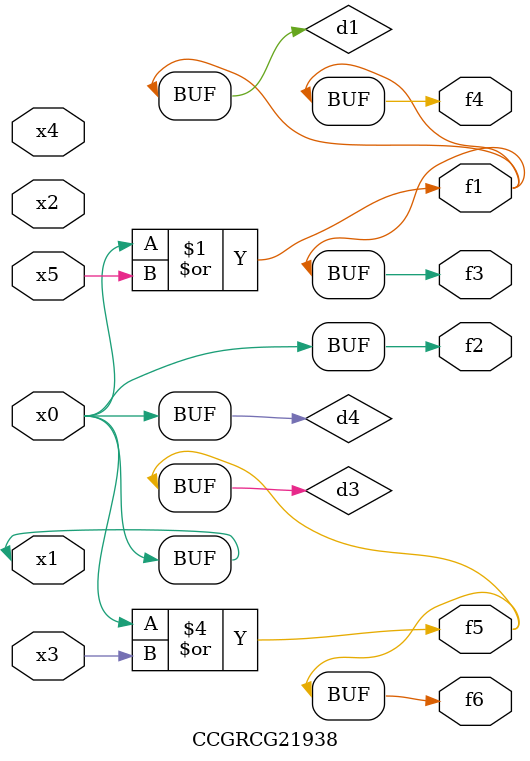
<source format=v>
module CCGRCG21938(
	input x0, x1, x2, x3, x4, x5,
	output f1, f2, f3, f4, f5, f6
);

	wire d1, d2, d3, d4;

	or (d1, x0, x5);
	xnor (d2, x1, x4);
	or (d3, x0, x3);
	buf (d4, x0, x1);
	assign f1 = d1;
	assign f2 = d4;
	assign f3 = d1;
	assign f4 = d1;
	assign f5 = d3;
	assign f6 = d3;
endmodule

</source>
